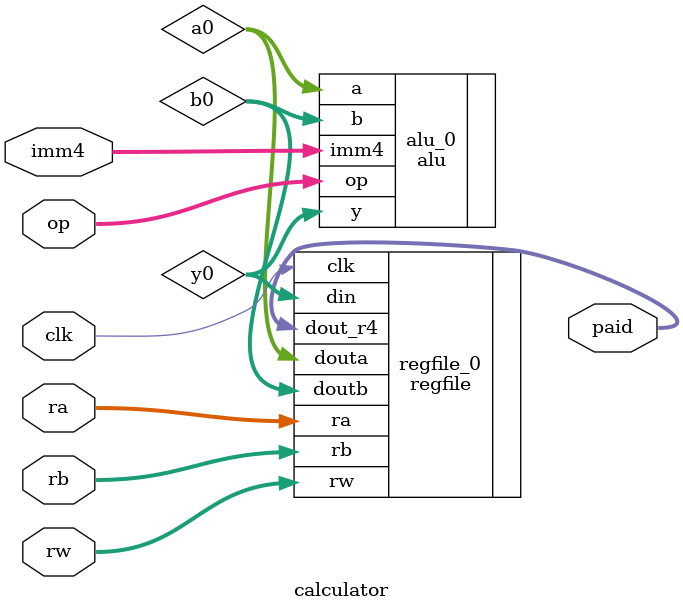
<source format=v>
module calculator (
   input        clk,
   input  [2:0] op,
   input  [3:0] rw,
   input  [3:0] ra,
   input  [3:0] rb,
   input  [3:0] imm4,
	output [9:0] paid
   );

	wire [9:0] a0;
	wire [9:0] b0;
	wire [9:0] y0;
	
   regfile regfile_0 (
      .clk     (clk),
      .ra      (ra),
      .rb      (rb),
      .din     (y0),
      .rw      (rw),
      .douta   (a0),
      .doutb   (b0),
		.dout_r4 (paid)
   );
   
   alu alu_0 (
      .a       (a0),
      .b       (b0),
      .imm4    (imm4),
      .op      (op),
      .y       (y0)
   );
   
endmodule

</source>
